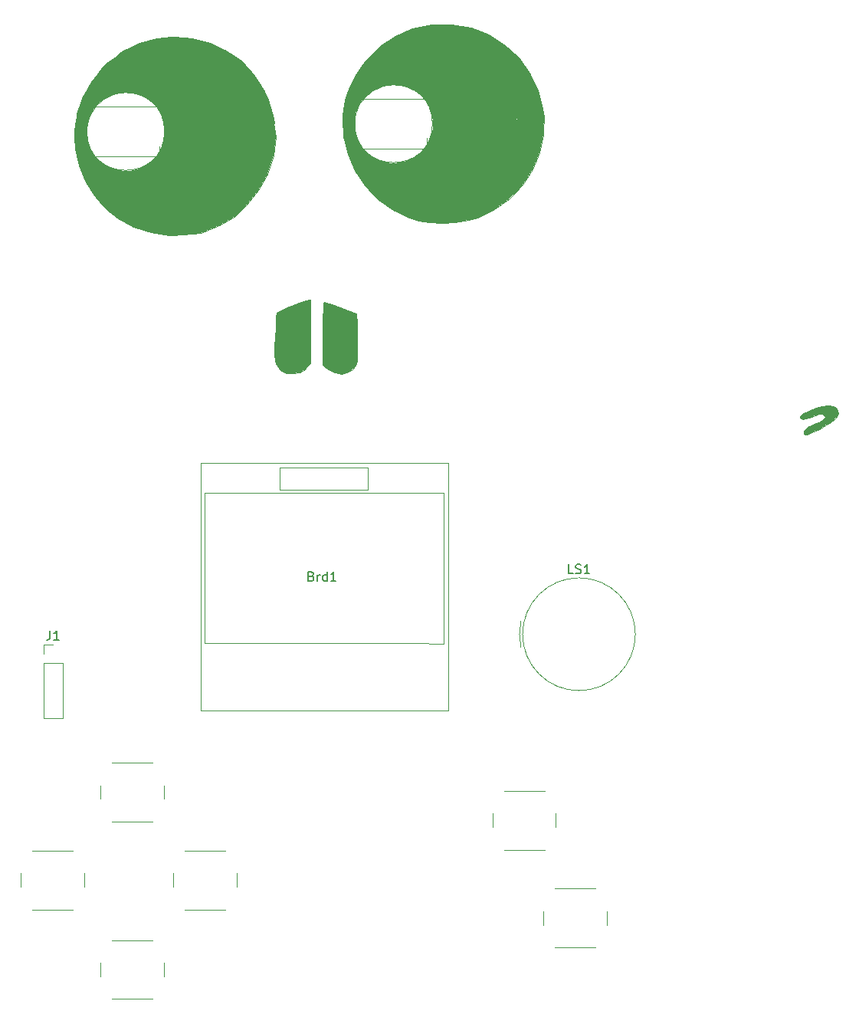
<source format=gbr>
G04 #@! TF.GenerationSoftware,KiCad,Pcbnew,8.0.5-8.0.5-0~ubuntu24.04.1*
G04 #@! TF.CreationDate,2024-10-08T07:53:46+09:00*
G04 #@! TF.ProjectId,gopher_pilot_rp2040_sw,676f7068-6572-45f7-9069-6c6f745f7270,rev?*
G04 #@! TF.SameCoordinates,Original*
G04 #@! TF.FileFunction,Legend,Top*
G04 #@! TF.FilePolarity,Positive*
%FSLAX46Y46*%
G04 Gerber Fmt 4.6, Leading zero omitted, Abs format (unit mm)*
G04 Created by KiCad (PCBNEW 8.0.5-8.0.5-0~ubuntu24.04.1) date 2024-10-08 07:53:46*
%MOMM*%
%LPD*%
G01*
G04 APERTURE LIST*
%ADD10C,0.150000*%
%ADD11C,0.120000*%
%ADD12C,0.100000*%
G04 APERTURE END LIST*
D10*
X112033333Y-108885009D02*
X112176190Y-108932628D01*
X112176190Y-108932628D02*
X112223809Y-108980247D01*
X112223809Y-108980247D02*
X112271428Y-109075485D01*
X112271428Y-109075485D02*
X112271428Y-109218342D01*
X112271428Y-109218342D02*
X112223809Y-109313580D01*
X112223809Y-109313580D02*
X112176190Y-109361200D01*
X112176190Y-109361200D02*
X112080952Y-109408819D01*
X112080952Y-109408819D02*
X111700000Y-109408819D01*
X111700000Y-109408819D02*
X111700000Y-108408819D01*
X111700000Y-108408819D02*
X112033333Y-108408819D01*
X112033333Y-108408819D02*
X112128571Y-108456438D01*
X112128571Y-108456438D02*
X112176190Y-108504057D01*
X112176190Y-108504057D02*
X112223809Y-108599295D01*
X112223809Y-108599295D02*
X112223809Y-108694533D01*
X112223809Y-108694533D02*
X112176190Y-108789771D01*
X112176190Y-108789771D02*
X112128571Y-108837390D01*
X112128571Y-108837390D02*
X112033333Y-108885009D01*
X112033333Y-108885009D02*
X111700000Y-108885009D01*
X112700000Y-109408819D02*
X112700000Y-108742152D01*
X112700000Y-108932628D02*
X112747619Y-108837390D01*
X112747619Y-108837390D02*
X112795238Y-108789771D01*
X112795238Y-108789771D02*
X112890476Y-108742152D01*
X112890476Y-108742152D02*
X112985714Y-108742152D01*
X113747619Y-109408819D02*
X113747619Y-108408819D01*
X113747619Y-109361200D02*
X113652381Y-109408819D01*
X113652381Y-109408819D02*
X113461905Y-109408819D01*
X113461905Y-109408819D02*
X113366667Y-109361200D01*
X113366667Y-109361200D02*
X113319048Y-109313580D01*
X113319048Y-109313580D02*
X113271429Y-109218342D01*
X113271429Y-109218342D02*
X113271429Y-108932628D01*
X113271429Y-108932628D02*
X113319048Y-108837390D01*
X113319048Y-108837390D02*
X113366667Y-108789771D01*
X113366667Y-108789771D02*
X113461905Y-108742152D01*
X113461905Y-108742152D02*
X113652381Y-108742152D01*
X113652381Y-108742152D02*
X113747619Y-108789771D01*
X114747619Y-109408819D02*
X114176191Y-109408819D01*
X114461905Y-109408819D02*
X114461905Y-108408819D01*
X114461905Y-108408819D02*
X114366667Y-108551676D01*
X114366667Y-108551676D02*
X114271429Y-108646914D01*
X114271429Y-108646914D02*
X114176191Y-108694533D01*
X83166666Y-114894819D02*
X83166666Y-115609104D01*
X83166666Y-115609104D02*
X83119047Y-115751961D01*
X83119047Y-115751961D02*
X83023809Y-115847200D01*
X83023809Y-115847200D02*
X82880952Y-115894819D01*
X82880952Y-115894819D02*
X82785714Y-115894819D01*
X84166666Y-115894819D02*
X83595238Y-115894819D01*
X83880952Y-115894819D02*
X83880952Y-114894819D01*
X83880952Y-114894819D02*
X83785714Y-115037676D01*
X83785714Y-115037676D02*
X83690476Y-115132914D01*
X83690476Y-115132914D02*
X83595238Y-115180533D01*
X140957142Y-108584819D02*
X140480952Y-108584819D01*
X140480952Y-108584819D02*
X140480952Y-107584819D01*
X141242857Y-108537200D02*
X141385714Y-108584819D01*
X141385714Y-108584819D02*
X141623809Y-108584819D01*
X141623809Y-108584819D02*
X141719047Y-108537200D01*
X141719047Y-108537200D02*
X141766666Y-108489580D01*
X141766666Y-108489580D02*
X141814285Y-108394342D01*
X141814285Y-108394342D02*
X141814285Y-108299104D01*
X141814285Y-108299104D02*
X141766666Y-108203866D01*
X141766666Y-108203866D02*
X141719047Y-108156247D01*
X141719047Y-108156247D02*
X141623809Y-108108628D01*
X141623809Y-108108628D02*
X141433333Y-108061009D01*
X141433333Y-108061009D02*
X141338095Y-108013390D01*
X141338095Y-108013390D02*
X141290476Y-107965771D01*
X141290476Y-107965771D02*
X141242857Y-107870533D01*
X141242857Y-107870533D02*
X141242857Y-107775295D01*
X141242857Y-107775295D02*
X141290476Y-107680057D01*
X141290476Y-107680057D02*
X141338095Y-107632438D01*
X141338095Y-107632438D02*
X141433333Y-107584819D01*
X141433333Y-107584819D02*
X141671428Y-107584819D01*
X141671428Y-107584819D02*
X141814285Y-107632438D01*
X142766666Y-108584819D02*
X142195238Y-108584819D01*
X142480952Y-108584819D02*
X142480952Y-107584819D01*
X142480952Y-107584819D02*
X142385714Y-107727676D01*
X142385714Y-107727676D02*
X142290476Y-107822914D01*
X142290476Y-107822914D02*
X142195238Y-107870533D01*
D11*
X87900000Y-57050000D02*
X95200000Y-57050000D01*
X87900000Y-62550000D02*
X95200000Y-62550000D01*
X95200000Y-62550000D02*
X95200000Y-61400000D01*
X117500000Y-56150000D02*
X124800000Y-56150000D01*
X117500000Y-61650000D02*
X124800000Y-61650000D01*
X124800000Y-61650000D02*
X124800000Y-60500000D01*
X99800000Y-96400000D02*
X127200000Y-96400000D01*
X99800000Y-123700000D02*
X99800000Y-96400000D01*
X100222000Y-99695000D02*
X123322000Y-99695000D01*
X100222000Y-116295000D02*
X100222000Y-99695000D01*
X108501000Y-96889000D02*
X108501000Y-99302000D01*
X108501000Y-96889000D02*
X118280000Y-96889000D01*
X118280000Y-96889000D02*
X118280000Y-99302000D01*
X118280000Y-99302000D02*
X108501000Y-99302000D01*
X123322000Y-99695000D02*
X126408000Y-99695000D01*
X123322000Y-116295000D02*
X100222000Y-116295000D01*
X123322000Y-116295000D02*
X126662000Y-116320000D01*
X126662000Y-99683000D02*
X126408000Y-99695000D01*
X126662000Y-116320000D02*
X126662000Y-99683000D01*
X127200000Y-96400000D02*
X127200000Y-123700000D01*
X127200000Y-123700000D02*
X99800000Y-123700000D01*
X95810001Y-59760000D02*
G75*
G02*
X87232145Y-59760000I-4288928J0D01*
G01*
X87232145Y-59760000D02*
G75*
G02*
X95810001Y-59760000I4288928J0D01*
G01*
X125410001Y-58910000D02*
G75*
G02*
X116832145Y-58910000I-4288928J0D01*
G01*
X116832145Y-58910000D02*
G75*
G02*
X125410001Y-58910000I4288928J0D01*
G01*
D12*
X114550000Y-78920000D02*
X116100000Y-79490000D01*
X116980000Y-79880000D01*
X117080000Y-81000000D01*
X117120000Y-82200000D01*
X117120000Y-84710000D01*
X117070000Y-85000000D01*
X117030000Y-85380000D01*
X116810000Y-85730000D01*
X116550000Y-86020000D01*
X116170000Y-86270000D01*
X115420000Y-86520000D01*
X114610000Y-86420000D01*
X113850000Y-86020000D01*
X113280000Y-85570000D01*
X113280000Y-83580000D01*
X113260000Y-81730000D01*
X113300000Y-80600000D01*
X113370000Y-79150000D01*
X113370000Y-78740000D01*
X113460000Y-78570000D01*
X114550000Y-78920000D01*
G36*
X114550000Y-78920000D02*
G01*
X116100000Y-79490000D01*
X116980000Y-79880000D01*
X117080000Y-81000000D01*
X117120000Y-82200000D01*
X117120000Y-84710000D01*
X117070000Y-85000000D01*
X117030000Y-85380000D01*
X116810000Y-85730000D01*
X116550000Y-86020000D01*
X116170000Y-86270000D01*
X115420000Y-86520000D01*
X114610000Y-86420000D01*
X113850000Y-86020000D01*
X113280000Y-85570000D01*
X113280000Y-83580000D01*
X113260000Y-81730000D01*
X113300000Y-80600000D01*
X113370000Y-79150000D01*
X113370000Y-78740000D01*
X113460000Y-78570000D01*
X114550000Y-78920000D01*
G37*
X111960000Y-79630000D02*
X111960000Y-81140000D01*
X111960000Y-82390000D01*
X111950000Y-83800000D01*
X111960000Y-85410000D01*
X111450000Y-85880000D01*
X111300000Y-86020000D01*
X110720000Y-86370000D01*
X109920000Y-86480000D01*
X109320000Y-86440000D01*
X108860000Y-86330000D01*
X108510000Y-86090000D01*
X108190000Y-85560000D01*
X108110000Y-85380000D01*
X108020000Y-85000000D01*
X107980000Y-84420000D01*
X107980000Y-83460000D01*
X108010000Y-82580000D01*
X108070000Y-81490000D01*
X108140000Y-80280000D01*
X108160000Y-79760000D01*
X108840000Y-79450000D01*
X109560000Y-79140000D01*
X110050000Y-78940000D01*
X110890000Y-78620000D01*
X111430000Y-78460000D01*
X111960000Y-78330000D01*
X111960000Y-79630000D01*
G36*
X111960000Y-79630000D02*
G01*
X111960000Y-81140000D01*
X111960000Y-82390000D01*
X111950000Y-83800000D01*
X111960000Y-85410000D01*
X111450000Y-85880000D01*
X111300000Y-86020000D01*
X110720000Y-86370000D01*
X109920000Y-86480000D01*
X109320000Y-86440000D01*
X108860000Y-86330000D01*
X108510000Y-86090000D01*
X108190000Y-85560000D01*
X108110000Y-85380000D01*
X108020000Y-85000000D01*
X107980000Y-84420000D01*
X107980000Y-83460000D01*
X108010000Y-82580000D01*
X108070000Y-81490000D01*
X108140000Y-80280000D01*
X108160000Y-79760000D01*
X108840000Y-79450000D01*
X109560000Y-79140000D01*
X110050000Y-78940000D01*
X110890000Y-78620000D01*
X111430000Y-78460000D01*
X111960000Y-78330000D01*
X111960000Y-79630000D01*
G37*
X169710000Y-90140000D02*
X170090000Y-90380000D01*
X170260000Y-90850000D01*
X170030000Y-91370000D01*
X169390000Y-91920000D01*
X168940000Y-92180000D01*
X168570000Y-92390000D01*
X168300000Y-92540000D01*
X167960000Y-92710000D01*
X167540000Y-92910000D01*
X167300000Y-93030000D01*
X166950000Y-93170000D01*
X166770000Y-93250000D01*
X166540000Y-93280000D01*
X166460000Y-93170000D01*
X166450000Y-92930000D01*
X166470000Y-92800000D01*
X166770000Y-92470000D01*
X167040000Y-92340000D01*
X167330000Y-92200000D01*
X167470000Y-92130000D01*
X167590000Y-92080000D01*
X167840000Y-91980000D01*
X168150000Y-91850000D01*
X168630000Y-91580000D01*
X168780000Y-91340000D01*
X168650000Y-91090000D01*
X168500000Y-90990000D01*
X168110000Y-90990000D01*
X167460000Y-91190000D01*
X167260000Y-91270000D01*
X166960000Y-91380000D01*
X166600000Y-91480000D01*
X166380000Y-91540000D01*
X166140000Y-91500000D01*
X166100000Y-91490000D01*
X166040000Y-91320000D01*
X166040000Y-91250000D01*
X166070000Y-91160000D01*
X166430000Y-90870000D01*
X167000000Y-90590000D01*
X167760000Y-90310000D01*
X168480000Y-90110000D01*
X169130000Y-90040000D01*
X169710000Y-90140000D01*
G36*
X169710000Y-90140000D02*
G01*
X170090000Y-90380000D01*
X170260000Y-90850000D01*
X170030000Y-91370000D01*
X169390000Y-91920000D01*
X168940000Y-92180000D01*
X168570000Y-92390000D01*
X168300000Y-92540000D01*
X167960000Y-92710000D01*
X167540000Y-92910000D01*
X167300000Y-93030000D01*
X166950000Y-93170000D01*
X166770000Y-93250000D01*
X166540000Y-93280000D01*
X166460000Y-93170000D01*
X166450000Y-92930000D01*
X166470000Y-92800000D01*
X166770000Y-92470000D01*
X167040000Y-92340000D01*
X167330000Y-92200000D01*
X167470000Y-92130000D01*
X167590000Y-92080000D01*
X167840000Y-91980000D01*
X168150000Y-91850000D01*
X168630000Y-91580000D01*
X168780000Y-91340000D01*
X168650000Y-91090000D01*
X168500000Y-90990000D01*
X168110000Y-90990000D01*
X167460000Y-91190000D01*
X167260000Y-91270000D01*
X166960000Y-91380000D01*
X166600000Y-91480000D01*
X166380000Y-91540000D01*
X166140000Y-91500000D01*
X166100000Y-91490000D01*
X166040000Y-91320000D01*
X166040000Y-91250000D01*
X166070000Y-91160000D01*
X166430000Y-90870000D01*
X167000000Y-90590000D01*
X167760000Y-90310000D01*
X168480000Y-90110000D01*
X169130000Y-90040000D01*
X169710000Y-90140000D01*
G37*
X116800000Y-58380000D02*
X116780000Y-59340000D01*
X116920000Y-60060000D01*
X117260000Y-60920000D01*
X117700000Y-61620000D01*
X118390000Y-62320000D01*
X119050000Y-62760000D01*
X119650000Y-63020000D01*
X120330000Y-63190000D01*
X120790000Y-63240000D01*
X121220000Y-63260000D01*
X121770000Y-63220000D01*
X122240000Y-63120000D01*
X122750000Y-62940000D01*
X123100000Y-62790000D01*
X123510000Y-62540000D01*
X123870000Y-62290000D01*
X124260000Y-61920000D01*
X124530000Y-61620000D01*
X124800000Y-61230000D01*
X125080000Y-60710000D01*
X125290000Y-60170000D01*
X125430000Y-59430000D01*
X125480000Y-58960000D01*
X125410000Y-58570000D01*
X137710000Y-58430000D01*
X137690000Y-59360000D01*
X137670000Y-60140000D01*
X137670000Y-60170000D01*
X137230000Y-62120000D01*
X136440000Y-63960000D01*
X135330000Y-65660000D01*
X133930000Y-67130000D01*
X132270000Y-68340000D01*
X130360000Y-69270000D01*
X129350000Y-69540000D01*
X127920000Y-69760000D01*
X126440000Y-69840000D01*
X125030000Y-69790000D01*
X123890000Y-69610000D01*
X122860000Y-69280000D01*
X121040000Y-68410000D01*
X119410000Y-67250000D01*
X117950000Y-65740000D01*
X117090000Y-64460000D01*
X116850000Y-64110000D01*
X116050000Y-62280000D01*
X115570000Y-60350000D01*
X115470000Y-58360000D01*
X116800000Y-58380000D01*
G36*
X116800000Y-58380000D02*
G01*
X116780000Y-59340000D01*
X116920000Y-60060000D01*
X117260000Y-60920000D01*
X117700000Y-61620000D01*
X118390000Y-62320000D01*
X119050000Y-62760000D01*
X119650000Y-63020000D01*
X120330000Y-63190000D01*
X120790000Y-63240000D01*
X121220000Y-63260000D01*
X121770000Y-63220000D01*
X122240000Y-63120000D01*
X122750000Y-62940000D01*
X123100000Y-62790000D01*
X123510000Y-62540000D01*
X123870000Y-62290000D01*
X124260000Y-61920000D01*
X124530000Y-61620000D01*
X124800000Y-61230000D01*
X125080000Y-60710000D01*
X125290000Y-60170000D01*
X125430000Y-59430000D01*
X125480000Y-58960000D01*
X125410000Y-58570000D01*
X137710000Y-58430000D01*
X137690000Y-59360000D01*
X137670000Y-60140000D01*
X137670000Y-60170000D01*
X137230000Y-62120000D01*
X136440000Y-63960000D01*
X135330000Y-65660000D01*
X133930000Y-67130000D01*
X132270000Y-68340000D01*
X130360000Y-69270000D01*
X129350000Y-69540000D01*
X127920000Y-69760000D01*
X126440000Y-69840000D01*
X125030000Y-69790000D01*
X123890000Y-69610000D01*
X122860000Y-69280000D01*
X121040000Y-68410000D01*
X119410000Y-67250000D01*
X117950000Y-65740000D01*
X117090000Y-64460000D01*
X116850000Y-64110000D01*
X116050000Y-62280000D01*
X115570000Y-60350000D01*
X115470000Y-58360000D01*
X116800000Y-58380000D01*
G37*
X98920000Y-49440000D02*
X100830000Y-49960000D01*
X102620000Y-50800000D01*
X104260000Y-51970000D01*
X105660000Y-53430000D01*
X106780000Y-55180000D01*
X107290000Y-56280000D01*
X107880000Y-58300000D01*
X107930000Y-58860000D01*
X95860000Y-59440000D01*
X95780000Y-58800000D01*
X95530000Y-58050000D01*
X95130000Y-57320000D01*
X94690000Y-56770000D01*
X94090000Y-56250000D01*
X93630000Y-55950000D01*
X93120000Y-55710000D01*
X92540000Y-55520000D01*
X92070000Y-55440000D01*
X91590000Y-55410000D01*
X91170000Y-55430000D01*
X90750000Y-55480000D01*
X90190000Y-55620000D01*
X89730000Y-55790000D01*
X89260000Y-56040000D01*
X88980000Y-56230000D01*
X88680000Y-56460000D01*
X88430000Y-56700000D01*
X88210000Y-56940000D01*
X87920000Y-57320000D01*
X87750000Y-57590000D01*
X87610000Y-57860000D01*
X87470000Y-58170000D01*
X87350000Y-58510000D01*
X87270000Y-58830000D01*
X87240000Y-59020000D01*
X85960000Y-58930000D01*
X86060000Y-58210000D01*
X86100000Y-57870000D01*
X86360000Y-57080000D01*
X86570000Y-56420000D01*
X86700000Y-56040000D01*
X87250000Y-55030000D01*
X87670000Y-54260000D01*
X88340000Y-53430000D01*
X89000000Y-52620000D01*
X89570000Y-52080000D01*
X90290000Y-51550000D01*
X90780000Y-51190000D01*
X91220000Y-50860000D01*
X91980000Y-50490000D01*
X93080000Y-49960000D01*
X94960000Y-49450000D01*
X96580000Y-49300000D01*
X96960000Y-49270000D01*
X98920000Y-49440000D01*
G36*
X98920000Y-49440000D02*
G01*
X100830000Y-49960000D01*
X102620000Y-50800000D01*
X104260000Y-51970000D01*
X105660000Y-53430000D01*
X106780000Y-55180000D01*
X107290000Y-56280000D01*
X107880000Y-58300000D01*
X107930000Y-58860000D01*
X95860000Y-59440000D01*
X95780000Y-58800000D01*
X95530000Y-58050000D01*
X95130000Y-57320000D01*
X94690000Y-56770000D01*
X94090000Y-56250000D01*
X93630000Y-55950000D01*
X93120000Y-55710000D01*
X92540000Y-55520000D01*
X92070000Y-55440000D01*
X91590000Y-55410000D01*
X91170000Y-55430000D01*
X90750000Y-55480000D01*
X90190000Y-55620000D01*
X89730000Y-55790000D01*
X89260000Y-56040000D01*
X88980000Y-56230000D01*
X88680000Y-56460000D01*
X88430000Y-56700000D01*
X88210000Y-56940000D01*
X87920000Y-57320000D01*
X87750000Y-57590000D01*
X87610000Y-57860000D01*
X87470000Y-58170000D01*
X87350000Y-58510000D01*
X87270000Y-58830000D01*
X87240000Y-59020000D01*
X85960000Y-58930000D01*
X86060000Y-58210000D01*
X86100000Y-57870000D01*
X86360000Y-57080000D01*
X86570000Y-56420000D01*
X86700000Y-56040000D01*
X87250000Y-55030000D01*
X87670000Y-54260000D01*
X88340000Y-53430000D01*
X89000000Y-52620000D01*
X89570000Y-52080000D01*
X90290000Y-51550000D01*
X90780000Y-51190000D01*
X91220000Y-50860000D01*
X91980000Y-50490000D01*
X93080000Y-49960000D01*
X94960000Y-49450000D01*
X96580000Y-49300000D01*
X96960000Y-49270000D01*
X98920000Y-49440000D01*
G37*
X129690000Y-48320000D02*
X131640000Y-49080000D01*
X133410000Y-50210000D01*
X134910000Y-51600000D01*
X136160000Y-53300000D01*
X137070000Y-55210000D01*
X137600000Y-57270000D01*
X137710000Y-58120000D01*
X137710000Y-58400000D01*
X125460000Y-58520000D01*
X125380000Y-58020000D01*
X125230000Y-57460000D01*
X125050000Y-57050000D01*
X124870000Y-56690000D01*
X124610000Y-56310000D01*
X124320000Y-55950000D01*
X124030000Y-55670000D01*
X123730000Y-55430000D01*
X123500000Y-55270000D01*
X123280000Y-55130000D01*
X122760000Y-54880000D01*
X122370000Y-54740000D01*
X121780000Y-54610000D01*
X121450000Y-54570000D01*
X121000000Y-54560000D01*
X120820000Y-54570000D01*
X120490000Y-54610000D01*
X120150000Y-54670000D01*
X119870000Y-54750000D01*
X119520000Y-54870000D01*
X119160000Y-55030000D01*
X118950000Y-55140000D01*
X118760000Y-55260000D01*
X118600000Y-55370000D01*
X118180000Y-55710000D01*
X117840000Y-56050000D01*
X117570000Y-56400000D01*
X117370000Y-56700000D01*
X117210000Y-57000000D01*
X117070000Y-57340000D01*
X116990000Y-57550000D01*
X116910000Y-57810000D01*
X116850000Y-58080000D01*
X116810000Y-58330000D01*
X115470000Y-58310000D01*
X115510000Y-58000000D01*
X115600000Y-57430000D01*
X115680000Y-56880000D01*
X115760000Y-56350000D01*
X116020000Y-55480000D01*
X116420000Y-54590000D01*
X116900000Y-53510000D01*
X117570000Y-52560000D01*
X118090000Y-51820000D01*
X118600000Y-51310000D01*
X119120000Y-50800000D01*
X119610000Y-50350000D01*
X121340000Y-49200000D01*
X123200000Y-48400000D01*
X125310000Y-47960000D01*
X126510000Y-47940000D01*
X127240000Y-47930000D01*
X127520000Y-47930000D01*
X129690000Y-48320000D01*
G36*
X129690000Y-48320000D02*
G01*
X131640000Y-49080000D01*
X133410000Y-50210000D01*
X134910000Y-51600000D01*
X136160000Y-53300000D01*
X137070000Y-55210000D01*
X137600000Y-57270000D01*
X137710000Y-58120000D01*
X137710000Y-58400000D01*
X125460000Y-58520000D01*
X125380000Y-58020000D01*
X125230000Y-57460000D01*
X125050000Y-57050000D01*
X124870000Y-56690000D01*
X124610000Y-56310000D01*
X124320000Y-55950000D01*
X124030000Y-55670000D01*
X123730000Y-55430000D01*
X123500000Y-55270000D01*
X123280000Y-55130000D01*
X122760000Y-54880000D01*
X122370000Y-54740000D01*
X121780000Y-54610000D01*
X121450000Y-54570000D01*
X121000000Y-54560000D01*
X120820000Y-54570000D01*
X120490000Y-54610000D01*
X120150000Y-54670000D01*
X119870000Y-54750000D01*
X119520000Y-54870000D01*
X119160000Y-55030000D01*
X118950000Y-55140000D01*
X118760000Y-55260000D01*
X118600000Y-55370000D01*
X118180000Y-55710000D01*
X117840000Y-56050000D01*
X117570000Y-56400000D01*
X117370000Y-56700000D01*
X117210000Y-57000000D01*
X117070000Y-57340000D01*
X116990000Y-57550000D01*
X116910000Y-57810000D01*
X116850000Y-58080000D01*
X116810000Y-58330000D01*
X115470000Y-58310000D01*
X115510000Y-58000000D01*
X115600000Y-57430000D01*
X115680000Y-56880000D01*
X115760000Y-56350000D01*
X116020000Y-55480000D01*
X116420000Y-54590000D01*
X116900000Y-53510000D01*
X117570000Y-52560000D01*
X118090000Y-51820000D01*
X118600000Y-51310000D01*
X119120000Y-50800000D01*
X119610000Y-50350000D01*
X121340000Y-49200000D01*
X123200000Y-48400000D01*
X125310000Y-47960000D01*
X126510000Y-47940000D01*
X127240000Y-47930000D01*
X127520000Y-47930000D01*
X129690000Y-48320000D01*
G37*
X108070000Y-60350000D02*
X107840000Y-62390000D01*
X107200000Y-64450000D01*
X106180000Y-66260000D01*
X104820000Y-67940000D01*
X103600000Y-69090000D01*
X101860000Y-70160000D01*
X99800000Y-70950000D01*
X98860000Y-71090000D01*
X97800000Y-71190000D01*
X96720000Y-71220000D01*
X96320000Y-71210000D01*
X95330000Y-71070000D01*
X94270000Y-70930000D01*
X92370000Y-70310000D01*
X90680000Y-69370000D01*
X89490000Y-68420000D01*
X88920000Y-67850000D01*
X88010000Y-66800000D01*
X87050000Y-65240000D01*
X86340000Y-63490000D01*
X85920000Y-61630000D01*
X85880000Y-60370000D01*
X85860000Y-59770000D01*
X85960000Y-58980000D01*
X87230000Y-59070000D01*
X87170000Y-59600000D01*
X87210000Y-60310000D01*
X87290000Y-60780000D01*
X87440000Y-61300000D01*
X87650000Y-61730000D01*
X87890000Y-62160000D01*
X88130000Y-62490000D01*
X88450000Y-62830000D01*
X88760000Y-63120000D01*
X89050000Y-63340000D01*
X89370000Y-63540000D01*
X89740000Y-63720000D01*
X90080000Y-63860000D01*
X90440000Y-63970000D01*
X90810000Y-64050000D01*
X91200000Y-64100000D01*
X91580000Y-64100000D01*
X91930000Y-64090000D01*
X92360000Y-64030000D01*
X92660000Y-63960000D01*
X92970000Y-63860000D01*
X93200000Y-63770000D01*
X93480000Y-63640000D01*
X93710000Y-63510000D01*
X93970000Y-63350000D01*
X94210000Y-63180000D01*
X94540000Y-62890000D01*
X94710000Y-62710000D01*
X94870000Y-62530000D01*
X95090000Y-62240000D01*
X95260000Y-61980000D01*
X95340000Y-61830000D01*
X95470000Y-61590000D01*
X95580000Y-61310000D01*
X95680000Y-61040000D01*
X95780000Y-60620000D01*
X95860000Y-60090000D01*
X95850000Y-59490000D01*
X107890000Y-58890000D01*
X108070000Y-60350000D01*
G36*
X108070000Y-60350000D02*
G01*
X107840000Y-62390000D01*
X107200000Y-64450000D01*
X106180000Y-66260000D01*
X104820000Y-67940000D01*
X103600000Y-69090000D01*
X101860000Y-70160000D01*
X99800000Y-70950000D01*
X98860000Y-71090000D01*
X97800000Y-71190000D01*
X96720000Y-71220000D01*
X96320000Y-71210000D01*
X95330000Y-71070000D01*
X94270000Y-70930000D01*
X92370000Y-70310000D01*
X90680000Y-69370000D01*
X89490000Y-68420000D01*
X88920000Y-67850000D01*
X88010000Y-66800000D01*
X87050000Y-65240000D01*
X86340000Y-63490000D01*
X85920000Y-61630000D01*
X85880000Y-60370000D01*
X85860000Y-59770000D01*
X85960000Y-58980000D01*
X87230000Y-59070000D01*
X87170000Y-59600000D01*
X87210000Y-60310000D01*
X87290000Y-60780000D01*
X87440000Y-61300000D01*
X87650000Y-61730000D01*
X87890000Y-62160000D01*
X88130000Y-62490000D01*
X88450000Y-62830000D01*
X88760000Y-63120000D01*
X89050000Y-63340000D01*
X89370000Y-63540000D01*
X89740000Y-63720000D01*
X90080000Y-63860000D01*
X90440000Y-63970000D01*
X90810000Y-64050000D01*
X91200000Y-64100000D01*
X91580000Y-64100000D01*
X91930000Y-64090000D01*
X92360000Y-64030000D01*
X92660000Y-63960000D01*
X92970000Y-63860000D01*
X93200000Y-63770000D01*
X93480000Y-63640000D01*
X93710000Y-63510000D01*
X93970000Y-63350000D01*
X94210000Y-63180000D01*
X94540000Y-62890000D01*
X94710000Y-62710000D01*
X94870000Y-62530000D01*
X95090000Y-62240000D01*
X95260000Y-61980000D01*
X95340000Y-61830000D01*
X95470000Y-61590000D01*
X95580000Y-61310000D01*
X95680000Y-61040000D01*
X95780000Y-60620000D01*
X95860000Y-60090000D01*
X95850000Y-59490000D01*
X107890000Y-58890000D01*
X108070000Y-60350000D01*
G37*
D11*
X132050000Y-135100000D02*
X132050000Y-136600000D01*
X133300000Y-139100000D02*
X137800000Y-139100000D01*
X137800000Y-132600000D02*
X133300000Y-132600000D01*
X139050000Y-136600000D02*
X139050000Y-135100000D01*
X79950000Y-141700000D02*
X79950000Y-143200000D01*
X81200000Y-145700000D02*
X85700000Y-145700000D01*
X85700000Y-139200000D02*
X81200000Y-139200000D01*
X86950000Y-143200000D02*
X86950000Y-141700000D01*
X88750000Y-151600000D02*
X88750000Y-153100000D01*
X90000000Y-155600000D02*
X94500000Y-155600000D01*
X94500000Y-149100000D02*
X90000000Y-149100000D01*
X95750000Y-153100000D02*
X95750000Y-151600000D01*
X82440000Y-116440000D02*
X83500000Y-116440000D01*
X82440000Y-117500000D02*
X82440000Y-116440000D01*
X82440000Y-118500000D02*
X82440000Y-124560000D01*
X82440000Y-118500000D02*
X84560000Y-118500000D01*
X82440000Y-124560000D02*
X84560000Y-124560000D01*
X84560000Y-118500000D02*
X84560000Y-124560000D01*
X88750000Y-132000000D02*
X88750000Y-133500000D01*
X90000000Y-136000000D02*
X94500000Y-136000000D01*
X94500000Y-129500000D02*
X90000000Y-129500000D01*
X95750000Y-133500000D02*
X95750000Y-132000000D01*
X96750000Y-141700000D02*
X96750000Y-143200000D01*
X98000000Y-145700000D02*
X102500000Y-145700000D01*
X102500000Y-139200000D02*
X98000000Y-139200000D01*
X103750000Y-143200000D02*
X103750000Y-141700000D01*
X137650000Y-145900000D02*
X137650000Y-147400000D01*
X138900000Y-149900000D02*
X143400000Y-149900000D01*
X143400000Y-143400000D02*
X138900000Y-143400000D01*
X144650000Y-147400000D02*
X144650000Y-145900000D01*
X135200000Y-116799999D02*
G75*
G02*
X135200000Y-113800000I6400000J1499999D01*
G01*
X147830000Y-115300000D02*
G75*
G02*
X135370000Y-115300000I-6230000J0D01*
G01*
X135370000Y-115300000D02*
G75*
G02*
X147830000Y-115300000I6230000J0D01*
G01*
M02*

</source>
